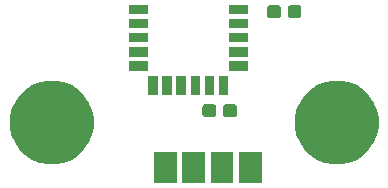
<source format=gbr>
G04 #@! TF.GenerationSoftware,KiCad,Pcbnew,(5.1.6)-1*
G04 #@! TF.CreationDate,2021-04-29T20:19:57-05:00*
G04 #@! TF.ProjectId,BEncoderBoard3(RN4871),42456e63-6f64-4657-9242-6f6172643328,rev?*
G04 #@! TF.SameCoordinates,Original*
G04 #@! TF.FileFunction,Soldermask,Top*
G04 #@! TF.FilePolarity,Negative*
%FSLAX46Y46*%
G04 Gerber Fmt 4.6, Leading zero omitted, Abs format (unit mm)*
G04 Created by KiCad (PCBNEW (5.1.6)-1) date 2021-04-29 20:19:57*
%MOMM*%
%LPD*%
G01*
G04 APERTURE LIST*
%ADD10C,0.100000*%
G04 APERTURE END LIST*
D10*
G36*
X134244000Y-104933000D02*
G01*
X132342000Y-104933000D01*
X132342000Y-102331000D01*
X134244000Y-102331000D01*
X134244000Y-104933000D01*
G37*
G36*
X131844000Y-104933000D02*
G01*
X129942000Y-104933000D01*
X129942000Y-102331000D01*
X131844000Y-102331000D01*
X131844000Y-104933000D01*
G37*
G36*
X139044000Y-104933000D02*
G01*
X137142000Y-104933000D01*
X137142000Y-102331000D01*
X139044000Y-102331000D01*
X139044000Y-104933000D01*
G37*
G36*
X136644000Y-104933000D02*
G01*
X134742000Y-104933000D01*
X134742000Y-102331000D01*
X136644000Y-102331000D01*
X136644000Y-104933000D01*
G37*
G36*
X146450787Y-96407462D02*
G01*
X146450790Y-96407463D01*
X146450789Y-96407463D01*
X147097029Y-96675144D01*
X147678631Y-97063758D01*
X148173242Y-97558369D01*
X148561856Y-98139971D01*
X148668273Y-98396885D01*
X148829538Y-98786213D01*
X148966000Y-99472256D01*
X148966000Y-100171744D01*
X148829538Y-100857787D01*
X148829537Y-100857789D01*
X148561856Y-101504029D01*
X148173242Y-102085631D01*
X147678631Y-102580242D01*
X147097029Y-102968856D01*
X146640068Y-103158135D01*
X146450787Y-103236538D01*
X145764744Y-103373000D01*
X145065256Y-103373000D01*
X144379213Y-103236538D01*
X144189932Y-103158135D01*
X143732971Y-102968856D01*
X143151369Y-102580242D01*
X142656758Y-102085631D01*
X142268144Y-101504029D01*
X142000463Y-100857789D01*
X142000462Y-100857787D01*
X141864000Y-100171744D01*
X141864000Y-99472256D01*
X142000462Y-98786213D01*
X142161727Y-98396885D01*
X142268144Y-98139971D01*
X142656758Y-97558369D01*
X143151369Y-97063758D01*
X143732971Y-96675144D01*
X144379211Y-96407463D01*
X144379210Y-96407463D01*
X144379213Y-96407462D01*
X145065256Y-96271000D01*
X145764744Y-96271000D01*
X146450787Y-96407462D01*
G37*
G36*
X122320787Y-96407462D02*
G01*
X122320790Y-96407463D01*
X122320789Y-96407463D01*
X122967029Y-96675144D01*
X123548631Y-97063758D01*
X124043242Y-97558369D01*
X124431856Y-98139971D01*
X124538273Y-98396885D01*
X124699538Y-98786213D01*
X124836000Y-99472256D01*
X124836000Y-100171744D01*
X124699538Y-100857787D01*
X124699537Y-100857789D01*
X124431856Y-101504029D01*
X124043242Y-102085631D01*
X123548631Y-102580242D01*
X122967029Y-102968856D01*
X122510068Y-103158135D01*
X122320787Y-103236538D01*
X121634744Y-103373000D01*
X120935256Y-103373000D01*
X120249213Y-103236538D01*
X120059932Y-103158135D01*
X119602971Y-102968856D01*
X119021369Y-102580242D01*
X118526758Y-102085631D01*
X118138144Y-101504029D01*
X117870463Y-100857789D01*
X117870462Y-100857787D01*
X117734000Y-100171744D01*
X117734000Y-99472256D01*
X117870462Y-98786213D01*
X118031727Y-98396885D01*
X118138144Y-98139971D01*
X118526758Y-97558369D01*
X119021369Y-97063758D01*
X119602971Y-96675144D01*
X120249211Y-96407463D01*
X120249210Y-96407463D01*
X120249213Y-96407462D01*
X120935256Y-96271000D01*
X121634744Y-96271000D01*
X122320787Y-96407462D01*
G37*
G36*
X136784499Y-98284445D02*
G01*
X136821995Y-98295820D01*
X136856554Y-98314292D01*
X136886847Y-98339153D01*
X136911708Y-98369446D01*
X136930180Y-98404005D01*
X136941555Y-98441501D01*
X136946000Y-98486638D01*
X136946000Y-99125362D01*
X136941555Y-99170499D01*
X136930180Y-99207995D01*
X136911708Y-99242554D01*
X136886847Y-99272847D01*
X136856554Y-99297708D01*
X136821995Y-99316180D01*
X136784499Y-99327555D01*
X136739362Y-99332000D01*
X136000638Y-99332000D01*
X135955501Y-99327555D01*
X135918005Y-99316180D01*
X135883446Y-99297708D01*
X135853153Y-99272847D01*
X135828292Y-99242554D01*
X135809820Y-99207995D01*
X135798445Y-99170499D01*
X135794000Y-99125362D01*
X135794000Y-98486638D01*
X135798445Y-98441501D01*
X135809820Y-98404005D01*
X135828292Y-98369446D01*
X135853153Y-98339153D01*
X135883446Y-98314292D01*
X135918005Y-98295820D01*
X135955501Y-98284445D01*
X136000638Y-98280000D01*
X136739362Y-98280000D01*
X136784499Y-98284445D01*
G37*
G36*
X135034499Y-98284445D02*
G01*
X135071995Y-98295820D01*
X135106554Y-98314292D01*
X135136847Y-98339153D01*
X135161708Y-98369446D01*
X135180180Y-98404005D01*
X135191555Y-98441501D01*
X135196000Y-98486638D01*
X135196000Y-99125362D01*
X135191555Y-99170499D01*
X135180180Y-99207995D01*
X135161708Y-99242554D01*
X135136847Y-99272847D01*
X135106554Y-99297708D01*
X135071995Y-99316180D01*
X135034499Y-99327555D01*
X134989362Y-99332000D01*
X134250638Y-99332000D01*
X134205501Y-99327555D01*
X134168005Y-99316180D01*
X134133446Y-99297708D01*
X134103153Y-99272847D01*
X134078292Y-99242554D01*
X134059820Y-99207995D01*
X134048445Y-99170499D01*
X134044000Y-99125362D01*
X134044000Y-98486638D01*
X134048445Y-98441501D01*
X134059820Y-98404005D01*
X134078292Y-98369446D01*
X134103153Y-98339153D01*
X134133446Y-98314292D01*
X134168005Y-98295820D01*
X134205501Y-98284445D01*
X134250638Y-98280000D01*
X134989362Y-98280000D01*
X135034499Y-98284445D01*
G37*
G36*
X130243000Y-97487000D02*
G01*
X129441000Y-97487000D01*
X129441000Y-95885000D01*
X130243000Y-95885000D01*
X130243000Y-97487000D01*
G37*
G36*
X131443000Y-97487000D02*
G01*
X130641000Y-97487000D01*
X130641000Y-95885000D01*
X131443000Y-95885000D01*
X131443000Y-97487000D01*
G37*
G36*
X132643000Y-97487000D02*
G01*
X131841000Y-97487000D01*
X131841000Y-95885000D01*
X132643000Y-95885000D01*
X132643000Y-97487000D01*
G37*
G36*
X135043000Y-97487000D02*
G01*
X134241000Y-97487000D01*
X134241000Y-95885000D01*
X135043000Y-95885000D01*
X135043000Y-97487000D01*
G37*
G36*
X133843000Y-97487000D02*
G01*
X133041000Y-97487000D01*
X133041000Y-95885000D01*
X133843000Y-95885000D01*
X133843000Y-97487000D01*
G37*
G36*
X136243000Y-97487000D02*
G01*
X135441000Y-97487000D01*
X135441000Y-95885000D01*
X136243000Y-95885000D01*
X136243000Y-97487000D01*
G37*
G36*
X137893000Y-95437000D02*
G01*
X136291000Y-95437000D01*
X136291000Y-94635000D01*
X137893000Y-94635000D01*
X137893000Y-95437000D01*
G37*
G36*
X129393000Y-95437000D02*
G01*
X127791000Y-95437000D01*
X127791000Y-94635000D01*
X129393000Y-94635000D01*
X129393000Y-95437000D01*
G37*
G36*
X137893000Y-94237000D02*
G01*
X136291000Y-94237000D01*
X136291000Y-93435000D01*
X137893000Y-93435000D01*
X137893000Y-94237000D01*
G37*
G36*
X129393000Y-94237000D02*
G01*
X127791000Y-94237000D01*
X127791000Y-93435000D01*
X129393000Y-93435000D01*
X129393000Y-94237000D01*
G37*
G36*
X129393000Y-93037000D02*
G01*
X127791000Y-93037000D01*
X127791000Y-92235000D01*
X129393000Y-92235000D01*
X129393000Y-93037000D01*
G37*
G36*
X137893000Y-93037000D02*
G01*
X136291000Y-93037000D01*
X136291000Y-92235000D01*
X137893000Y-92235000D01*
X137893000Y-93037000D01*
G37*
G36*
X129393000Y-91837000D02*
G01*
X127791000Y-91837000D01*
X127791000Y-91035000D01*
X129393000Y-91035000D01*
X129393000Y-91837000D01*
G37*
G36*
X137893000Y-91837000D02*
G01*
X136291000Y-91837000D01*
X136291000Y-91035000D01*
X137893000Y-91035000D01*
X137893000Y-91837000D01*
G37*
G36*
X142259499Y-89902445D02*
G01*
X142296995Y-89913820D01*
X142331554Y-89932292D01*
X142361847Y-89957153D01*
X142386708Y-89987446D01*
X142405180Y-90022005D01*
X142416555Y-90059501D01*
X142421000Y-90104638D01*
X142421000Y-90743362D01*
X142416555Y-90788499D01*
X142405180Y-90825995D01*
X142386708Y-90860554D01*
X142361847Y-90890847D01*
X142331554Y-90915708D01*
X142296995Y-90934180D01*
X142259499Y-90945555D01*
X142214362Y-90950000D01*
X141475638Y-90950000D01*
X141430501Y-90945555D01*
X141393005Y-90934180D01*
X141358446Y-90915708D01*
X141328153Y-90890847D01*
X141303292Y-90860554D01*
X141284820Y-90825995D01*
X141273445Y-90788499D01*
X141269000Y-90743362D01*
X141269000Y-90104638D01*
X141273445Y-90059501D01*
X141284820Y-90022005D01*
X141303292Y-89987446D01*
X141328153Y-89957153D01*
X141358446Y-89932292D01*
X141393005Y-89913820D01*
X141430501Y-89902445D01*
X141475638Y-89898000D01*
X142214362Y-89898000D01*
X142259499Y-89902445D01*
G37*
G36*
X140509499Y-89902445D02*
G01*
X140546995Y-89913820D01*
X140581554Y-89932292D01*
X140611847Y-89957153D01*
X140636708Y-89987446D01*
X140655180Y-90022005D01*
X140666555Y-90059501D01*
X140671000Y-90104638D01*
X140671000Y-90743362D01*
X140666555Y-90788499D01*
X140655180Y-90825995D01*
X140636708Y-90860554D01*
X140611847Y-90890847D01*
X140581554Y-90915708D01*
X140546995Y-90934180D01*
X140509499Y-90945555D01*
X140464362Y-90950000D01*
X139725638Y-90950000D01*
X139680501Y-90945555D01*
X139643005Y-90934180D01*
X139608446Y-90915708D01*
X139578153Y-90890847D01*
X139553292Y-90860554D01*
X139534820Y-90825995D01*
X139523445Y-90788499D01*
X139519000Y-90743362D01*
X139519000Y-90104638D01*
X139523445Y-90059501D01*
X139534820Y-90022005D01*
X139553292Y-89987446D01*
X139578153Y-89957153D01*
X139608446Y-89932292D01*
X139643005Y-89913820D01*
X139680501Y-89902445D01*
X139725638Y-89898000D01*
X140464362Y-89898000D01*
X140509499Y-89902445D01*
G37*
G36*
X129393000Y-90637000D02*
G01*
X127791000Y-90637000D01*
X127791000Y-89835000D01*
X129393000Y-89835000D01*
X129393000Y-90637000D01*
G37*
G36*
X137893000Y-90637000D02*
G01*
X136291000Y-90637000D01*
X136291000Y-89835000D01*
X137893000Y-89835000D01*
X137893000Y-90637000D01*
G37*
M02*

</source>
